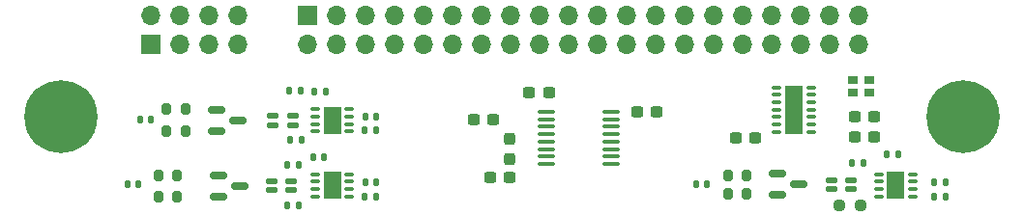
<source format=gbr>
%TF.GenerationSoftware,KiCad,Pcbnew,7.0.8*%
%TF.CreationDate,2024-02-04T14:44:40+01:00*%
%TF.ProjectId,HatV2,48617456-322e-46b6-9963-61645f706362,V2*%
%TF.SameCoordinates,PX5faea10PY6c663e8*%
%TF.FileFunction,Soldermask,Top*%
%TF.FilePolarity,Negative*%
%FSLAX46Y46*%
G04 Gerber Fmt 4.6, Leading zero omitted, Abs format (unit mm)*
G04 Created by KiCad (PCBNEW 7.0.8) date 2024-02-04 14:44:40*
%MOMM*%
%LPD*%
G01*
G04 APERTURE LIST*
G04 Aperture macros list*
%AMRoundRect*
0 Rectangle with rounded corners*
0 $1 Rounding radius*
0 $2 $3 $4 $5 $6 $7 $8 $9 X,Y pos of 4 corners*
0 Add a 4 corners polygon primitive as box body*
4,1,4,$2,$3,$4,$5,$6,$7,$8,$9,$2,$3,0*
0 Add four circle primitives for the rounded corners*
1,1,$1+$1,$2,$3*
1,1,$1+$1,$4,$5*
1,1,$1+$1,$6,$7*
1,1,$1+$1,$8,$9*
0 Add four rect primitives between the rounded corners*
20,1,$1+$1,$2,$3,$4,$5,0*
20,1,$1+$1,$4,$5,$6,$7,0*
20,1,$1+$1,$6,$7,$8,$9,0*
20,1,$1+$1,$8,$9,$2,$3,0*%
G04 Aperture macros list end*
%ADD10R,0.900000X0.800000*%
%ADD11RoundRect,0.200000X-0.200000X-0.275000X0.200000X-0.275000X0.200000X0.275000X-0.200000X0.275000X0*%
%ADD12RoundRect,0.135000X0.135000X0.185000X-0.135000X0.185000X-0.135000X-0.185000X0.135000X-0.185000X0*%
%ADD13RoundRect,0.140000X-0.140000X-0.170000X0.140000X-0.170000X0.140000X0.170000X-0.140000X0.170000X0*%
%ADD14RoundRect,0.237500X-0.300000X-0.237500X0.300000X-0.237500X0.300000X0.237500X-0.300000X0.237500X0*%
%ADD15RoundRect,0.237500X0.300000X0.237500X-0.300000X0.237500X-0.300000X-0.237500X0.300000X-0.237500X0*%
%ADD16RoundRect,0.200000X0.200000X0.275000X-0.200000X0.275000X-0.200000X-0.275000X0.200000X-0.275000X0*%
%ADD17RoundRect,0.140000X0.140000X0.170000X-0.140000X0.170000X-0.140000X-0.170000X0.140000X-0.170000X0*%
%ADD18RoundRect,0.075000X0.350000X0.075000X-0.350000X0.075000X-0.350000X-0.075000X0.350000X-0.075000X0*%
%ADD19R,1.600000X2.400000*%
%ADD20R,1.700000X1.700000*%
%ADD21O,1.700000X1.700000*%
%ADD22RoundRect,0.150000X-0.587500X-0.150000X0.587500X-0.150000X0.587500X0.150000X-0.587500X0.150000X0*%
%ADD23RoundRect,0.237500X0.250000X0.237500X-0.250000X0.237500X-0.250000X-0.237500X0.250000X-0.237500X0*%
%ADD24RoundRect,0.100000X-0.637500X-0.100000X0.637500X-0.100000X0.637500X0.100000X-0.637500X0.100000X0*%
%ADD25C,0.800000*%
%ADD26C,6.400000*%
%ADD27O,0.850000X0.350000*%
%ADD28R,1.650000X4.250000*%
%ADD29RoundRect,0.237500X0.237500X-0.300000X0.237500X0.300000X-0.237500X0.300000X-0.237500X-0.300000X0*%
%ADD30RoundRect,0.020000X0.430000X-0.180000X0.430000X0.180000X-0.430000X0.180000X-0.430000X-0.180000X0*%
G04 APERTURE END LIST*
D10*
%TO.C,Y1*%
X74165000Y11600000D03*
X75565000Y11600000D03*
X75565000Y12700000D03*
X74165000Y12700000D03*
%TD*%
D11*
%TO.C,R6*%
X13335000Y4347037D03*
X14985000Y4347037D03*
%TD*%
D12*
%TO.C,R4*%
X25647710Y1703718D03*
X24627710Y1703718D03*
%TD*%
D13*
%TO.C,C2*%
X27038744Y11699136D03*
X27998744Y11699136D03*
%TD*%
D14*
%TO.C,C12*%
X74295000Y9525000D03*
X76020000Y9525000D03*
%TD*%
D15*
%TO.C,C16*%
X44137500Y4120000D03*
X42412500Y4120000D03*
%TD*%
D16*
%TO.C,R5*%
X14985000Y2442037D03*
X13335000Y2442037D03*
%TD*%
D13*
%TO.C,C9*%
X31445862Y2495001D03*
X32405862Y2495001D03*
%TD*%
D17*
%TO.C,C6*%
X25616860Y5273076D03*
X24656860Y5273076D03*
%TD*%
%TO.C,C23*%
X61412741Y3565679D03*
X60452741Y3565679D03*
%TD*%
%TO.C,C1*%
X25798853Y11734241D03*
X24838853Y11734241D03*
%TD*%
D18*
%TO.C,U7*%
X79375000Y2495000D03*
X79375000Y3145000D03*
X79375000Y3795000D03*
X79375000Y4445000D03*
X76475000Y4445000D03*
X76475000Y3795000D03*
X76475000Y3145000D03*
X76475000Y2495000D03*
D19*
X77925000Y3470000D03*
%TD*%
D13*
%TO.C,C20*%
X77145000Y6148029D03*
X78105000Y6148029D03*
%TD*%
%TO.C,C7*%
X26912171Y5957071D03*
X27872171Y5957071D03*
%TD*%
D16*
%TO.C,R2*%
X15732500Y8225000D03*
X14082500Y8225000D03*
%TD*%
D12*
%TO.C,R1*%
X25911577Y7479469D03*
X24891577Y7479469D03*
%TD*%
D20*
%TO.C,J5*%
X26411000Y18415000D03*
D21*
X26411000Y15875000D03*
X28951000Y18415000D03*
X28951000Y15875000D03*
X31491000Y18415000D03*
X31491000Y15875000D03*
X34031000Y18415000D03*
X34031000Y15875000D03*
X36571000Y18415000D03*
X36571000Y15875000D03*
X39111000Y18415000D03*
X39111000Y15875000D03*
X41651000Y18415000D03*
X41651000Y15875000D03*
X44191000Y18415000D03*
X44191000Y15875000D03*
X46731000Y18415000D03*
X46731000Y15875000D03*
X49271000Y18415000D03*
X49271000Y15875000D03*
X51811000Y18415000D03*
X51811000Y15875000D03*
X54351000Y18415000D03*
X54351000Y15875000D03*
X56891000Y18415000D03*
X56891000Y15875000D03*
X59431000Y18415000D03*
X59431000Y15875000D03*
X61971000Y18415000D03*
X61971000Y15875000D03*
X64511000Y18415000D03*
X64511000Y15875000D03*
X67051000Y18415000D03*
X67051000Y15875000D03*
X69591000Y18415000D03*
X69591000Y15875000D03*
X72131000Y18415000D03*
X72131000Y15875000D03*
X74671000Y18415000D03*
X74671000Y15875000D03*
%TD*%
D15*
%TO.C,C13*%
X65632500Y7620000D03*
X63907500Y7620000D03*
%TD*%
D18*
%TO.C,U1*%
X30025000Y8180000D03*
X30025000Y8830000D03*
X30025000Y9480000D03*
X30025000Y10130000D03*
X27125000Y10130000D03*
X27125000Y9480000D03*
X27125000Y8830000D03*
X27125000Y8180000D03*
D19*
X28575000Y9155000D03*
%TD*%
D22*
%TO.C,U2*%
X18415000Y10094923D03*
X18415000Y8194923D03*
X20290000Y9144923D03*
%TD*%
D14*
%TO.C,C11*%
X74296488Y7695561D03*
X76021488Y7695561D03*
%TD*%
D17*
%TO.C,C19*%
X75076406Y5401800D03*
X74116406Y5401800D03*
%TD*%
D13*
%TO.C,C21*%
X81315000Y3692726D03*
X82275000Y3692726D03*
%TD*%
D11*
%TO.C,R9*%
X63225000Y4327726D03*
X64875000Y4327726D03*
%TD*%
D17*
%TO.C,C5*%
X12692263Y9214163D03*
X11732263Y9214163D03*
%TD*%
D13*
%TO.C,C4*%
X31438535Y8274923D03*
X32398535Y8274923D03*
%TD*%
D23*
%TO.C,R7*%
X74820055Y1690010D03*
X72995055Y1690010D03*
%TD*%
D24*
%TO.C,U6*%
X47302500Y9895000D03*
X47302500Y9245000D03*
X47302500Y8595000D03*
X47302500Y7945000D03*
X47302500Y7295000D03*
X47302500Y6645000D03*
X47302500Y5995000D03*
X47302500Y5345000D03*
X53027500Y5345000D03*
X53027500Y5995000D03*
X53027500Y6645000D03*
X53027500Y7295000D03*
X53027500Y7945000D03*
X53027500Y8595000D03*
X53027500Y9245000D03*
X53027500Y9895000D03*
%TD*%
D25*
%TO.C,H1*%
X4821000Y11897056D03*
X6518056Y7800000D03*
X6518056Y11194112D03*
X7221000Y9497056D03*
D26*
X4821000Y9497056D03*
D25*
X4821000Y7097056D03*
X3123944Y11194112D03*
X3123944Y7800000D03*
X2421000Y9497056D03*
%TD*%
D27*
%TO.C,U5*%
X70492500Y8165000D03*
X70492500Y8815000D03*
X70492500Y9465000D03*
X70492500Y10115000D03*
X70492500Y10765000D03*
X70492500Y11415000D03*
X70492500Y12065000D03*
X67492500Y12065000D03*
X67492500Y11415000D03*
X67492500Y10765000D03*
X67492500Y10115000D03*
X67492500Y9465000D03*
X67492500Y8815000D03*
X67492500Y8165000D03*
D28*
X68992500Y10115000D03*
%TD*%
D22*
%TO.C,U4*%
X18636494Y4359549D03*
X18636494Y2459549D03*
X20511494Y3409549D03*
%TD*%
D11*
%TO.C,R3*%
X14082500Y10130000D03*
X15732500Y10130000D03*
%TD*%
D22*
%TO.C,U8*%
X67560627Y4489853D03*
X67560627Y2589853D03*
X69435627Y3539853D03*
%TD*%
D13*
%TO.C,C3*%
X31450000Y9495000D03*
X32410000Y9495000D03*
%TD*%
D29*
%TO.C,C18*%
X44137500Y5797500D03*
X44137500Y7522500D03*
%TD*%
D18*
%TO.C,U3*%
X30025000Y2495000D03*
X30025000Y3145000D03*
X30025000Y3795000D03*
X30025000Y4445000D03*
X27125000Y4445000D03*
X27125000Y3795000D03*
X27125000Y3145000D03*
X27125000Y2495000D03*
D19*
X28575000Y3470000D03*
%TD*%
D13*
%TO.C,C22*%
X81315000Y2422726D03*
X82275000Y2422726D03*
%TD*%
D14*
%TO.C,C14*%
X55279108Y9883630D03*
X57004108Y9883630D03*
%TD*%
D25*
%TO.C,H2*%
X83820000Y11925000D03*
X85517056Y7827944D03*
X85517056Y11222056D03*
X86220000Y9525000D03*
D26*
X83820000Y9525000D03*
D25*
X83820000Y7125000D03*
X82122944Y11222056D03*
X82122944Y7827944D03*
X81420000Y9525000D03*
%TD*%
D30*
%TO.C,FL2*%
X24997656Y3010000D03*
X24997656Y3810000D03*
X23297656Y3810000D03*
X23297656Y3010000D03*
%TD*%
D15*
%TO.C,C15*%
X42687500Y9200000D03*
X40962500Y9200000D03*
%TD*%
D30*
%TO.C,FL1*%
X25101824Y8744923D03*
X25101824Y9544923D03*
X23401824Y9544923D03*
X23401824Y8744923D03*
%TD*%
D13*
%TO.C,C8*%
X31450000Y3765000D03*
X32410000Y3765000D03*
%TD*%
D30*
%TO.C,FL3*%
X73961362Y3117737D03*
X73961362Y3917737D03*
X72261362Y3917737D03*
X72261362Y3117737D03*
%TD*%
D16*
%TO.C,R8*%
X64861146Y2714972D03*
X63211146Y2714972D03*
%TD*%
D15*
%TO.C,C17*%
X47540000Y11618075D03*
X45815000Y11618075D03*
%TD*%
D17*
%TO.C,C10*%
X11616039Y3577776D03*
X10656039Y3577776D03*
%TD*%
D20*
%TO.C,J6*%
X12700000Y15875000D03*
D21*
X12700000Y18415000D03*
X15240000Y15875000D03*
X15240000Y18415000D03*
X17780000Y15875000D03*
X17780000Y18415000D03*
X20320000Y15875000D03*
X20320000Y18415000D03*
%TD*%
M02*

</source>
